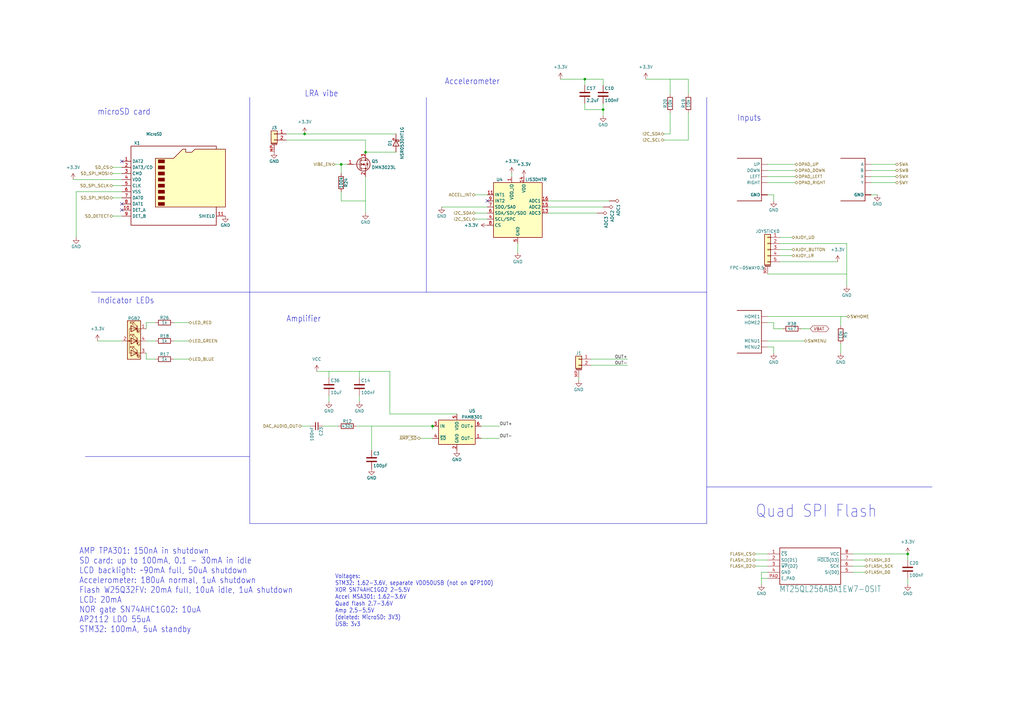
<source format=kicad_sch>
(kicad_sch (version 20230121) (generator eeschema)
  (paper "User" 426.949 302.158)
  (lib_symbols
    (symbol "32blit-eagle-import:ABXY"
      (symbol "ABXY_1_0"
        (polyline (pts (xy -5.08 7.62) (xy 5.08 7.62)) (stroke (width 0.254)))
        (polyline (pts (xy 5.08 -10.16) (xy -5.08 -10.16)) (stroke (width 0.254)))
        (polyline (pts (xy 5.08 7.62) (xy 5.08 -10.16)) (stroke (width 0.254)))
        (pin bidirectional line (at 7.62 5.08 180) (length 2.54) (name "A") (number "A"))
        (pin bidirectional line (at 7.62 2.54 180) (length 2.54) (name "B") (number "B"))
        (pin power_in line (at 7.62 -7.62 180) (length 2.54) (name "GND") (number "GND1"))
        (pin power_in line (at 7.62 -7.62 180) (length 2.54) (name "GND") (number "GND2"))
        (pin power_in line (at 7.62 -7.62 180) (length 2.54) (name "GND") (number "GND3"))
        (pin power_in line (at 7.62 -7.62 180) (length 2.54) (name "GND") (number "GND4"))
        (pin bidirectional line (at 7.62 0 180) (length 2.54) (name "X") (number "X"))
        (pin bidirectional line (at 7.62 -2.54 180) (length 2.54) (name "Y") (number "Y"))
      )
    )
    (symbol "32blit-eagle-import:DPAD"
      (symbol "DPAD_1_0"
        (polyline (pts (xy -5.08 7.62) (xy 5.08 7.62)) (stroke (width 0.254)))
        (polyline (pts (xy 5.08 -10.16) (xy -5.08 -10.16)) (stroke (width 0.254)))
        (polyline (pts (xy 5.08 7.62) (xy 5.08 -10.16)) (stroke (width 0.254)))
        (pin bidirectional line (at 7.62 2.54 180) (length 2.54) (name "DOWN") (number "DOWN"))
        (pin power_in line (at 7.62 -7.62 180) (length 2.54) (name "GND") (number "GND1"))
        (pin power_in line (at 7.62 -7.62 180) (length 2.54) (name "GND") (number "GND2"))
        (pin power_in line (at 7.62 -7.62 180) (length 2.54) (name "GND") (number "GND3"))
        (pin power_in line (at 7.62 -7.62 180) (length 2.54) (name "GND") (number "GND4"))
        (pin bidirectional line (at 7.62 0 180) (length 2.54) (name "LEFT") (number "LEFT"))
        (pin bidirectional line (at 7.62 -2.54 180) (length 2.54) (name "RIGHT") (number "RIGHT"))
        (pin bidirectional line (at 7.62 5.08 180) (length 2.54) (name "UP") (number "UP"))
      )
    )
    (symbol "32blit-eagle-import:HOME-MENU"
      (symbol "HOME-MENU_1_0"
        (polyline (pts (xy -5.08 7.62) (xy 5.08 7.62)) (stroke (width 0.254)))
        (polyline (pts (xy 5.08 -10.16) (xy -5.08 -10.16)) (stroke (width 0.254)))
        (polyline (pts (xy 5.08 7.62) (xy 5.08 -10.16)) (stroke (width 0.254)))
        (pin power_in line (at 7.62 -7.62 180) (length 2.54) (name "MENU2") (number "GND3"))
        (pin bidirectional line (at 7.62 2.54 180) (length 2.54) (name "HOME2") (number "GND4"))
        (pin bidirectional line (at 7.62 5.08 180) (length 2.54) (name "HOME1") (number "HOME"))
        (pin bidirectional line (at 7.62 -5.08 180) (length 2.54) (name "MENU1") (number "MENU"))
      )
    )
    (symbol "32blit-eagle-import:SPI_QUAD_FLASH"
      (symbol "SPI_QUAD_FLASH_1_0"
        (polyline (pts (xy -12.7 -7.62) (xy 12.7 -7.62)) (stroke (width 0.254)))
        (polyline (pts (xy -12.7 7.62) (xy -12.7 -7.62)) (stroke (width 0.254)))
        (polyline (pts (xy 12.7 -7.62) (xy 12.7 7.62)) (stroke (width 0.254)))
        (polyline (pts (xy 12.7 7.62) (xy -12.7 7.62)) (stroke (width 0.254)))
        (pin input line (at -17.78 5.08 0) (length 5.08) (name "~{CS}") (number "1"))
        (pin bidirectional line (at -17.78 2.54 0) (length 5.08) (name "SO(D1)") (number "2"))
        (pin bidirectional line (at -17.78 0 0) (length 5.08) (name "~{WP}(D2)") (number "3"))
        (pin power_in line (at -17.78 -2.54 0) (length 5.08) (name "GND") (number "4"))
        (pin bidirectional line (at 17.78 -2.54 180) (length 5.08) (name "SI(D0)") (number "5"))
        (pin input line (at 17.78 0 180) (length 5.08) (name "SCK") (number "6"))
        (pin bidirectional line (at 17.78 2.54 180) (length 5.08) (name "~{HOLD}(D3)") (number "7"))
        (pin power_in line (at 17.78 5.08 180) (length 5.08) (name "VCC") (number "8"))
        (pin power_in line (at -17.78 -5.08 0) (length 5.08) (name "E_PAD") (number "PAD"))
      )
    )
    (symbol "Amplifier_Audio:PAM8301"
      (property "Reference" "U" (at 6.35 8.89 0))
      (property "Value" "PAM8301" (at 6.35 6.35 0))
      (symbol "PAM8301_0_1"
        (rectangle (start -7.62 5.08) (end 7.62 -5.08) (stroke (width 0.254)) (fill (type background)))
      )
      (symbol "PAM8301_1_1"
        (pin output line (at 10.16 -2.54 180) (length 2.54) (name "OUT-") (number "1"))
        (pin power_in line (at 0 -7.62 90) (length 2.54) (name "GND") (number "2"))
        (pin input line (at -10.16 2.54 0) (length 2.54) (name "IN") (number "3"))
        (pin input line (at -10.16 -2.54 0) (length 2.54) (name "~{SD}") (number "4"))
        (pin power_in line (at 0 7.62 270) (length 2.54) (name "VDD") (number "5"))
        (pin output line (at 10.16 2.54 180) (length 2.54) (name "OUT+") (number "6"))
      )
    )
    (symbol "Connector:Micro_SD_Card_Det2"
      (property "Reference" "J" (at -16.51 17.78 0))
      (property "Value" "Micro_SD_Card_Det2" (at 16.51 17.78 0))
      (symbol "Micro_SD_Card_Det2_0_1"
        (rectangle (start -7.62 -6.985) (end -5.08 -8.255) (stroke (width 0.254)) (fill (type outline)))
        (rectangle (start -7.62 -4.445) (end -5.08 -5.715) (stroke (width 0.254)) (fill (type outline)))
        (rectangle (start -7.62 -1.905) (end -5.08 -3.175) (stroke (width 0.254)) (fill (type outline)))
        (rectangle (start -7.62 0.635) (end -5.08 -0.635) (stroke (width 0.254)) (fill (type outline)))
        (rectangle (start -7.62 3.175) (end -5.08 1.905) (stroke (width 0.254)) (fill (type outline)))
        (rectangle (start -7.62 5.715) (end -5.08 4.445) (stroke (width 0.254)) (fill (type outline)))
        (rectangle (start -7.62 8.255) (end -5.08 6.985) (stroke (width 0.254)) (fill (type outline)))
        (rectangle (start -7.62 10.795) (end -5.08 9.525) (stroke (width 0.254)) (fill (type outline)))
        (polyline (pts (xy 16.51 15.24) (xy 16.51 16.51) (xy -19.05 16.51) (xy -19.05 -16.51) (xy 16.51 -16.51) (xy 16.51 -8.89)) (stroke (width 0.254)))
        (polyline (pts (xy -8.89 -8.89) (xy -8.89 11.43) (xy -1.27 11.43) (xy 2.54 15.24) (xy 3.81 15.24) (xy 3.81 13.97) (xy 6.35 13.97) (xy 7.62 15.24) (xy 20.32 15.24) (xy 20.32 -8.89) (xy -8.89 -8.89)) (stroke (width 0.254)) (fill (type background)))
      )
      (symbol "Micro_SD_Card_Det2_1_1"
        (pin bidirectional line (at -22.86 10.16 0) (length 3.81) (name "DAT2") (number "1"))
        (pin passive line (at -22.86 -10.16 0) (length 3.81) (name "DET_A") (number "10"))
        (pin passive line (at 20.32 -12.7 180) (length 3.81) (name "SHIELD") (number "11"))
        (pin bidirectional line (at -22.86 7.62 0) (length 3.81) (name "DAT3/CD") (number "2"))
        (pin input line (at -22.86 5.08 0) (length 3.81) (name "CMD") (number "3"))
        (pin power_in line (at -22.86 2.54 0) (length 3.81) (name "VDD") (number "4"))
        (pin input line (at -22.86 0 0) (length 3.81) (name "CLK") (number "5"))
        (pin power_in line (at -22.86 -2.54 0) (length 3.81) (name "VSS") (number "6"))
        (pin bidirectional line (at -22.86 -5.08 0) (length 3.81) (name "DAT0") (number "7"))
        (pin bidirectional line (at -22.86 -7.62 0) (length 3.81) (name "DAT1") (number "8"))
        (pin passive line (at -22.86 -12.7 0) (length 3.81) (name "DET_B") (number "9"))
      )
    )
    (symbol "Connector:TestPoint_Alt" (pin_numbers hide) (pin_names (offset 0.762) hide)
      (property "Reference" "TP" (at 0 6.858 0))
      (property "Value" "TestPoint_Alt" (at 0 5.08 0))
      (symbol "TestPoint_Alt_0_1"
        (polyline (pts (xy 0 2.54) (xy -0.762 3.302) (xy 0 4.064) (xy 0.762 3.302) (xy 0 2.54)))
      )
      (symbol "TestPoint_Alt_1_1"
        (pin passive line (at 0 0 90) (length 2.54) (name "1") (number "1"))
      )
    )
    (symbol "Connector_Generic_MountingPin:Conn_01x02_MountingPin" (pin_names (offset 1.016) hide)
      (property "Reference" "J" (at 0 2.54 0))
      (property "Value" "Conn_01x02_MountingPin" (at 1.27 -5.08 0))
      (symbol "Conn_01x02_MountingPin_1_1"
        (rectangle (start -1.27 -2.413) (end 0 -2.667) (stroke (width 0.1524)))
        (rectangle (start -1.27 0.127) (end 0 -0.127) (stroke (width 0.1524)))
        (rectangle (start -1.27 1.27) (end 1.27 -3.81) (stroke (width 0.254)) (fill (type background)))
        (polyline (pts (xy -1.016 -4.572) (xy 1.016 -4.572)) (stroke (width 0.1524)))
        (text "Mounting" (at 0 -4.191 0) (effects (font (size 0.381 0.381))))
        (pin passive line (at -5.08 0 0) (length 3.81) (name "Pin_1") (number "1"))
        (pin passive line (at -5.08 -2.54 0) (length 3.81) (name "Pin_2") (number "2"))
        (pin passive line (at 0 -7.62 90) (length 3.048) (name "MountPin") (number "MP"))
      )
    )
    (symbol "Connector_Generic_MountingPin:Conn_01x05_MountingPin" (pin_names (offset 1.016) hide)
      (property "Reference" "J" (at 0 7.62 0))
      (property "Value" "Conn_01x05_MountingPin" (at 1.27 -7.62 0))
      (symbol "Conn_01x05_MountingPin_1_1"
        (rectangle (start -1.27 -4.953) (end 0 -5.207) (stroke (width 0.1524)))
        (rectangle (start -1.27 -2.413) (end 0 -2.667) (stroke (width 0.1524)))
        (rectangle (start -1.27 0.127) (end 0 -0.127) (stroke (width 0.1524)))
        (rectangle (start -1.27 2.667) (end 0 2.413) (stroke (width 0.1524)))
        (rectangle (start -1.27 5.207) (end 0 4.953) (stroke (width 0.1524)))
        (rectangle (start -1.27 6.35) (end 1.27 -6.35) (stroke (width 0.254)) (fill (type background)))
        (polyline (pts (xy -1.016 -7.112) (xy 1.016 -7.112)) (stroke (width 0.1524)))
        (text "Mounting" (at 0 -6.731 0) (effects (font (size 0.381 0.381))))
        (pin passive line (at -5.08 5.08 0) (length 3.81) (name "Pin_1") (number "1"))
        (pin passive line (at -5.08 2.54 0) (length 3.81) (name "Pin_2") (number "2"))
        (pin passive line (at -5.08 0 0) (length 3.81) (name "Pin_3") (number "3"))
        (pin passive line (at -5.08 -2.54 0) (length 3.81) (name "Pin_4") (number "4"))
        (pin passive line (at -5.08 -5.08 0) (length 3.81) (name "Pin_5") (number "5"))
        (pin passive line (at 0 -10.16 90) (length 3.048) (name "MountPin") (number "MP"))
      )
    )
    (symbol "Device:C" (pin_numbers hide) (pin_names (offset 0.254))
      (property "Reference" "C" (at 0.635 2.54 0))
      (property "Value" "C" (at 0.635 -2.54 0))
      (symbol "C_0_1"
        (polyline (pts (xy -2.032 -0.762) (xy 2.032 -0.762)) (stroke (width 0.508)))
        (polyline (pts (xy -2.032 0.762) (xy 2.032 0.762)) (stroke (width 0.508)))
      )
      (symbol "C_1_1"
        (pin passive line (at 0 3.81 270) (length 2.794) (name "~") (number "1"))
        (pin passive line (at 0 -3.81 90) (length 2.794) (name "~") (number "2"))
      )
    )
    (symbol "Device:C_Small" (pin_numbers hide) (pin_names (offset 0.254) hide)
      (property "Reference" "C" (at 0.254 1.778 0))
      (property "Value" "C_Small" (at 0.254 -2.032 0))
      (symbol "C_Small_0_1"
        (polyline (pts (xy -1.524 -0.508) (xy 1.524 -0.508)) (stroke (width 0.3302)))
        (polyline (pts (xy -1.524 0.508) (xy 1.524 0.508)) (stroke (width 0.3048)))
      )
      (symbol "C_Small_1_1"
        (pin passive line (at 0 2.54 270) (length 2.032) (name "~") (number "1"))
        (pin passive line (at 0 -2.54 90) (length 2.032) (name "~") (number "2"))
      )
    )
    (symbol "Device:D_Schottky" (pin_numbers hide) (pin_names (offset 1.016) hide)
      (property "Reference" "D" (at 0 2.54 0))
      (property "Value" "D_Schottky" (at 0 -2.54 0))
      (symbol "D_Schottky_0_1"
        (polyline (pts (xy 1.27 0) (xy -1.27 0)))
        (polyline (pts (xy 1.27 1.27) (xy 1.27 -1.27) (xy -1.27 0) (xy 1.27 1.27)) (stroke (width 0.254)))
        (polyline (pts (xy -1.905 0.635) (xy -1.905 1.27) (xy -1.27 1.27) (xy -1.27 -1.27) (xy -0.635 -1.27) (xy -0.635 -0.635)) (stroke (width 0.254)))
      )
      (symbol "D_Schottky_1_1"
        (pin passive line (at -3.81 0 0) (length 2.54) (name "K") (number "1"))
        (pin passive line (at 3.81 0 180) (length 2.54) (name "A") (number "2"))
      )
    )
    (symbol "Device:LED_RABG" (pin_names (offset 0) hide)
      (property "Reference" "D" (at 0 9.398 0))
      (property "Value" "LED_RABG" (at 0 -8.89 0))
      (symbol "LED_RABG_0_0"
        (text "B" (at -1.905 -6.35 0) (effects (font (size 1.27 1.27))))
        (text "G" (at -1.905 -1.27 0) (effects (font (size 1.27 1.27))))
        (text "R" (at -1.905 3.81 0) (effects (font (size 1.27 1.27))))
      )
      (symbol "LED_RABG_0_1"
        (polyline (pts (xy -1.27 -5.08) (xy -2.54 -5.08)))
        (polyline (pts (xy -1.27 -5.08) (xy 1.27 -5.08)))
        (polyline (pts (xy -1.27 -3.81) (xy -1.27 -6.35)) (stroke (width 0.254)))
        (polyline (pts (xy -1.27 0) (xy -2.54 0)))
        (polyline (pts (xy -1.27 1.27) (xy -1.27 -1.27)) (stroke (width 0.254)))
        (polyline (pts (xy -1.27 5.08) (xy -2.54 5.08)))
        (polyline (pts (xy -1.27 5.08) (xy 1.27 5.08)))
        (polyline (pts (xy -1.27 6.35) (xy -1.27 3.81)) (stroke (width 0.254)))
        (polyline (pts (xy 1.27 0) (xy -1.27 0)))
        (polyline (pts (xy 1.27 0) (xy 2.54 0)))
        (polyline (pts (xy -1.27 1.27) (xy -1.27 -1.27) (xy -1.27 -1.27)))
        (polyline (pts (xy -1.27 6.35) (xy -1.27 3.81) (xy -1.27 3.81)))
        (polyline (pts (xy 1.27 -5.08) (xy 2.032 -5.08) (xy 2.032 5.08) (xy 1.27 5.08)))
        (polyline (pts (xy 1.27 -3.81) (xy 1.27 -6.35) (xy -1.27 -5.08) (xy 1.27 -3.81)) (stroke (width 0.254)))
        (polyline (pts (xy 1.27 1.27) (xy 1.27 -1.27) (xy -1.27 0) (xy 1.27 1.27)) (stroke (width 0.254)))
        (polyline (pts (xy 1.27 6.35) (xy 1.27 3.81) (xy -1.27 5.08) (xy 1.27 6.35)) (stroke (width 0.254)))
        (polyline (pts (xy -1.016 -3.81) (xy 0.508 -2.286) (xy -0.254 -2.286) (xy 0.508 -2.286) (xy 0.508 -3.048)))
        (polyline (pts (xy -1.016 1.27) (xy 0.508 2.794) (xy -0.254 2.794) (xy 0.508 2.794) (xy 0.508 2.032)))
        (polyline (pts (xy -1.016 6.35) (xy 0.508 7.874) (xy -0.254 7.874) (xy 0.508 7.874) (xy 0.508 7.112)))
        (polyline (pts (xy 0 -3.81) (xy 1.524 -2.286) (xy 0.762 -2.286) (xy 1.524 -2.286) (xy 1.524 -3.048)))
        (polyline (pts (xy 0 1.27) (xy 1.524 2.794) (xy 0.762 2.794) (xy 1.524 2.794) (xy 1.524 2.032)))
        (polyline (pts (xy 0 6.35) (xy 1.524 7.874) (xy 0.762 7.874) (xy 1.524 7.874) (xy 1.524 7.112)))
        (rectangle (start 1.27 -1.27) (end 1.27 1.27))
        (rectangle (start 1.27 1.27) (end 1.27 1.27))
        (rectangle (start 1.27 3.81) (end 1.27 6.35))
        (rectangle (start 1.27 6.35) (end 1.27 6.35))
        (circle (center 2.032 0) (radius 0.254) (fill (type outline)))
        (rectangle (start 2.794 8.382) (end -2.794 -7.62) (stroke (width 0.254)) (fill (type background)))
      )
      (symbol "LED_RABG_1_1"
        (pin passive line (at -5.08 5.08 0) (length 2.54) (name "RK") (number "1"))
        (pin passive line (at 5.08 0 180) (length 2.54) (name "A") (number "2"))
        (pin passive line (at -5.08 -5.08 0) (length 2.54) (name "BK") (number "3"))
        (pin passive line (at -5.08 0 0) (length 2.54) (name "GK") (number "4"))
      )
    )
    (symbol "Device:Q_NMOS_GSD" (pin_names (offset 0) hide)
      (property "Reference" "Q" (at 5.08 1.27 0))
      (property "Value" "Q_NMOS_GSD" (at 5.08 -1.27 0))
      (symbol "Q_NMOS_GSD_0_1"
        (polyline (pts (xy 0.254 0) (xy -2.54 0)))
        (polyline (pts (xy 0.254 1.905) (xy 0.254 -1.905)) (stroke (width 0.254)))
        (polyline (pts (xy 0.762 -1.27) (xy 0.762 -2.286)) (stroke (width 0.254)))
        (polyline (pts (xy 0.762 0.508) (xy 0.762 -0.508)) (stroke (width 0.254)))
        (polyline (pts (xy 0.762 2.286) (xy 0.762 1.27)) (stroke (width 0.254)))
        (polyline (pts (xy 2.54 2.54) (xy 2.54 1.778)))
        (polyline (pts (xy 2.54 -2.54) (xy 2.54 0) (xy 0.762 0)))
        (polyline (pts (xy 0.762 -1.778) (xy 3.302 -1.778) (xy 3.302 1.778) (xy 0.762 1.778)))
        (polyline (pts (xy 1.016 0) (xy 2.032 0.381) (xy 2.032 -0.381) (xy 1.016 0)) (fill (type outline)))
        (polyline (pts (xy 2.794 0.508) (xy 2.921 0.381) (xy 3.683 0.381) (xy 3.81 0.254)))
        (polyline (pts (xy 3.302 0.381) (xy 2.921 -0.254) (xy 3.683 -0.254) (xy 3.302 0.381)))
        (circle (center 1.651 0) (radius 2.794) (stroke (width 0.254)))
        (circle (center 2.54 -1.778) (radius 0.254) (fill (type outline)))
        (circle (center 2.54 1.778) (radius 0.254) (fill (type outline)))
      )
      (symbol "Q_NMOS_GSD_1_1"
        (pin input line (at -5.08 0 0) (length 2.54) (name "G") (number "1"))
        (pin passive line (at 2.54 -5.08 90) (length 2.54) (name "S") (number "2"))
        (pin passive line (at 2.54 5.08 270) (length 2.54) (name "D") (number "3"))
      )
    )
    (symbol "Device:R" (pin_numbers hide) (pin_names (offset 0))
      (property "Reference" "R" (at 2.032 0 90))
      (property "Value" "R" (at 0 0 90))
      (symbol "R_0_1"
        (rectangle (start -1.016 -2.54) (end 1.016 2.54) (stroke (width 0.254)))
      )
      (symbol "R_1_1"
        (pin passive line (at 0 3.81 270) (length 1.27) (name "~") (number "1"))
        (pin passive line (at 0 -3.81 90) (length 1.27) (name "~") (number "2"))
      )
    )
    (symbol "Sensor_Motion:LIS3DH"
      (property "Reference" "U" (at -7.62 11.43 0))
      (property "Value" "LIS3DH" (at 6.35 11.43 0))
      (symbol "LIS3DH_0_1"
        (rectangle (start -10.16 10.16) (end 10.16 -12.7) (stroke (width 0.254)) (fill (type background)))
      )
      (symbol "LIS3DH_1_1"
        (pin power_in line (at -2.54 12.7 270) (length 2.54) (name "VDD_IO") (number "1"))
        (pin passive line (at 0 -15.24 90) (length 2.54) hide (name "GND") (number "10"))
        (pin output line (at -12.7 5.08 0) (length 2.54) (name "INT1") (number "11"))
        (pin passive line (at 0 -15.24 90) (length 2.54) hide (name "GND") (number "12"))
        (pin input line (at 12.7 -2.54 180) (length 2.54) (name "ADC3") (number "13"))
        (pin power_in line (at 2.54 12.7 270) (length 2.54) (name "VDD") (number "14"))
        (pin input line (at 12.7 0 180) (length 2.54) (name "ADC2") (number "15"))
        (pin input line (at 12.7 2.54 180) (length 2.54) (name "ADC1") (number "16"))
        (pin no_connect line (at 10.16 5.08 180) (length 2.54) hide (name "NC") (number "2"))
        (pin no_connect line (at 10.16 7.62 180) (length 2.54) hide (name "NC") (number "3"))
        (pin input line (at -12.7 -5.08 0) (length 2.54) (name "SCL/SPC") (number "4"))
        (pin power_in line (at 0 -15.24 90) (length 2.54) (name "GND") (number "5"))
        (pin bidirectional line (at -12.7 -2.54 0) (length 2.54) (name "SDA/SDI/SDO") (number "6"))
        (pin bidirectional line (at -12.7 0 0) (length 2.54) (name "SDO/SA0") (number "7"))
        (pin input line (at -12.7 -7.62 0) (length 2.54) (name "CS") (number "8"))
        (pin output line (at -12.7 2.54 0) (length 2.54) (name "INT2") (number "9"))
      )
    )
    (symbol "power:+3.3V" (power) (pin_names (offset 0))
      (property "Value" "+3.3V" (at 0 3.556 0))
      (symbol "+3.3V_0_1"
        (polyline (pts (xy -0.762 1.27) (xy 0 2.54)))
        (polyline (pts (xy 0 0) (xy 0 2.54)))
        (polyline (pts (xy 0 2.54) (xy 0.762 1.27)))
      )
      (symbol "+3.3V_1_1"
        (pin power_in line (at 0 0 90) (length 0) hide (name "+3.3V") (number "1"))
      )
    )
    (symbol "power:GND" (power) (pin_names (offset 0))
      (property "Value" "GND" (at 0 -3.81 0))
      (symbol "GND_0_1"
        (polyline (pts (xy 0 0) (xy 0 -1.27) (xy 1.27 -1.27) (xy 0 -2.54) (xy -1.27 -1.27) (xy 0 -1.27)))
      )
      (symbol "GND_1_1"
        (pin power_in line (at 0 0 270) (length 0) hide (name "GND") (number "1"))
      )
    )
    (symbol "power:VCC" (power) (pin_names (offset 0))
      (property "Value" "VCC" (at 0 3.81 0))
      (symbol "VCC_0_1"
        (polyline (pts (xy -0.762 1.27) (xy 0 2.54)))
        (polyline (pts (xy 0 0) (xy 0 2.54)))
        (polyline (pts (xy 0 2.54) (xy 0.762 1.27)))
      )
      (symbol "VCC_1_1"
        (pin power_in line (at 0 0 90) (length 0) hide (name "VCC") (number "1"))
      )
    )
  )
  (junction (at 243.84 33.02))
  (junction (at 180.34 177.8))
  (junction (at 142.24 68.58))
  (junction (at 251.46 45.72))
  (junction (at 152.4 63.5))
  (junction (at 378.46 231.14))
  (junction (at 127 55.88))
  (no_connect (at 50.8 87.63))
  (no_connect (at 203.2 83.82))
  (no_connect (at 50.8 85.09))
  (no_connect (at 50.8 67.31))
  (wire (pts (xy 287.02 33.02) (xy 287.02 38.1)) (stroke (width 0.1524)))
  (wire (pts (xy 149.86 167.64) (xy 149.86 165.1)) (stroke (width 0.1524)))
  (wire (pts (xy 355.6 233.68) (xy 360.68 233.68)) (stroke (width 0.1524)))
  (wire (pts (xy 320.04 142.24) (xy 335.28 142.24)) (stroke (width 0.1524)))
  (wire (pts (xy 152.4 58.42) (xy 152.4 63.5)) (stroke (width 0.1524)))
  (polyline (pts (xy 35.56 190.5) (xy 104.14 190.5)) (stroke (width 0.1524) (type solid)))
  (wire (pts (xy 350.52 134.62) (xy 350.52 135.89)))
  (wire (pts (xy 325.12 137.16) (xy 326.39 137.16)))
  (wire (pts (xy 60.96 137.16) (xy 60.96 134.62)))
  (wire (pts (xy 363.22 68.58) (xy 373.38 68.58)) (stroke (width 0.1524)))
  (wire (pts (xy 320.04 233.68) (xy 314.96 233.68)) (stroke (width 0.1524)))
  (wire (pts (xy 325.12 106.68) (xy 330.2 106.68)))
  (wire (pts (xy 50.8 72.39) (xy 46.99 72.39)) (stroke (width 0.1524)))
  (wire (pts (xy 317.5 241.3) (xy 317.5 243.84)) (stroke (width 0.1524)))
  (wire (pts (xy 355.6 236.22) (xy 360.68 236.22)) (stroke (width 0.1524)))
  (wire (pts (xy 137.16 154.94) (xy 132.08 154.94)) (stroke (width 0.1524)))
  (wire (pts (xy 243.84 45.72) (xy 243.84 43.18)) (stroke (width 0.1524)))
  (polyline (pts (xy 104.14 121.92) (xy 177.8 121.92)) (stroke (width 0.1524) (type solid)))
  (polyline (pts (xy 294.64 121.92) (xy 294.64 40.64)) (stroke (width 0.1524) (type solid)))
  (wire (pts (xy 320.04 73.66) (xy 331.47 73.66)) (stroke (width 0.1524)))
  (wire (pts (xy 162.56 172.72) (xy 162.56 154.94)) (stroke (width 0.1524)))
  (wire (pts (xy 320.04 114.3) (xy 325.12 114.3)))
  (wire (pts (xy 334.01 137.16) (xy 335.28 137.16)))
  (wire (pts (xy 320.04 144.78) (xy 322.58 144.78)) (stroke (width 0.1524)))
  (wire (pts (xy 208.28 182.88) (xy 200.66 182.88)))
  (wire (pts (xy 119.38 58.42) (xy 152.4 58.42)) (stroke (width 0.1524)))
  (wire (pts (xy 154.94 177.8) (xy 180.34 177.8)) (stroke (width 0.1524)))
  (wire (pts (xy 363.22 73.66) (xy 373.38 73.66)) (stroke (width 0.1524)))
  (wire (pts (xy 134.62 177.8) (xy 140.97 177.8)) (stroke (width 0.1524)))
  (wire (pts (xy 60.96 147.32) (xy 60.96 149.86)))
  (wire (pts (xy 246.38 152.4) (xy 261.62 152.4)) (stroke (width 0.1524)))
  (polyline (pts (xy 104.14 121.92) (xy 38.1 121.92)) (stroke (width 0.1524) (type solid)))
  (wire (pts (xy 322.58 134.62) (xy 322.58 137.16)) (stroke (width 0.1524)))
  (wire (pts (xy 378.46 243.84) (xy 378.46 241.3)) (stroke (width 0.1524)))
  (wire (pts (xy 325.12 104.14) (xy 330.2 104.14)))
  (wire (pts (xy 142.24 83.82) (xy 142.24 81.28)) (stroke (width 0.1524)))
  (wire (pts (xy 63.5 142.24) (xy 64.77 142.24)))
  (wire (pts (xy 46.99 82.55) (xy 50.8 82.55)) (stroke (width 0.1524)))
  (wire (pts (xy 363.22 76.2) (xy 373.38 76.2)) (stroke (width 0.1524)))
  (wire (pts (xy 60.96 149.86) (xy 64.77 149.86)))
  (wire (pts (xy 154.94 187.96) (xy 154.94 177.8)) (stroke (width 0.1524)))
  (polyline (pts (xy 104.14 218.44) (xy 104.14 121.92)) (stroke (width 0.1524) (type solid)))
  (wire (pts (xy 148.59 177.8) (xy 149.86 177.8)))
  (wire (pts (xy 320.04 134.62) (xy 322.58 134.62)) (stroke (width 0.1524)))
  (wire (pts (xy 320.04 231.14) (xy 314.96 231.14)) (stroke (width 0.1524)))
  (wire (pts (xy 350.52 143.51) (xy 350.52 147.32)) (stroke (width 0.1524)))
  (polyline (pts (xy 104.14 40.64) (xy 104.14 121.92)) (stroke (width 0.1524) (type solid)))
  (wire (pts (xy 228.6 83.82) (xy 254 83.82)) (stroke (width 0.1524)))
  (wire (pts (xy 215.9 101.6) (xy 215.9 105.41)) (stroke (width 0.1524)))
  (wire (pts (xy 243.84 33.02) (xy 233.68 33.02)) (stroke (width 0.1524)))
  (polyline (pts (xy 104.14 218.44) (xy 294.64 218.44)) (stroke (width 0.1524) (type solid)))
  (wire (pts (xy 276.86 58.42) (xy 287.02 58.42)))
  (wire (pts (xy 320.04 238.76) (xy 317.5 238.76)) (stroke (width 0.1524)))
  (wire (pts (xy 320.04 132.08) (xy 350.52 132.08)) (stroke (width 0.1524)))
  (wire (pts (xy 317.5 238.76) (xy 317.5 241.3)) (stroke (width 0.1524)))
  (wire (pts (xy 50.8 80.01) (xy 31.75 80.01)))
  (wire (pts (xy 40.64 142.24) (xy 50.8 142.24)) (stroke (width 0.1524)))
  (wire (pts (xy 335.28 137.16) (xy 337.82 137.16)) (stroke (width 0.1524)))
  (wire (pts (xy 287.02 38.1) (xy 287.02 39.37)))
  (wire (pts (xy 243.84 33.02) (xy 251.46 33.02)) (stroke (width 0.1524)))
  (wire (pts (xy 320.04 241.3) (xy 317.5 241.3)) (stroke (width 0.1524)))
  (wire (pts (xy 251.46 35.56) (xy 251.46 33.02)) (stroke (width 0.1524)))
  (wire (pts (xy 363.22 81.28) (xy 365.76 81.28)) (stroke (width 0.1524)))
  (wire (pts (xy 276.86 55.88) (xy 279.4 55.88)))
  (wire (pts (xy 198.12 91.44) (xy 203.2 91.44)))
  (wire (pts (xy 325.12 99.06) (xy 330.2 99.06)))
  (wire (pts (xy 152.4 73.66) (xy 152.4 83.82)) (stroke (width 0.1524)))
  (wire (pts (xy 139.7 68.58) (xy 142.24 68.58)) (stroke (width 0.1524)))
  (wire (pts (xy 325.12 109.22) (xy 349.25 109.22)) (stroke (width 0.1524)))
  (wire (pts (xy 322.58 81.28) (xy 322.58 83.82)) (stroke (width 0.1524)))
  (polyline (pts (xy 177.8 121.92) (xy 177.8 40.64)) (stroke (width 0.1524) (type solid)))
  (wire (pts (xy 251.46 48.26) (xy 251.46 45.72)) (stroke (width 0.1524)))
  (wire (pts (xy 30.48 74.93) (xy 50.8 74.93)) (stroke (width 0.1524)))
  (wire (pts (xy 184.15 86.36) (xy 203.2 86.36)))
  (wire (pts (xy 251.46 45.72) (xy 251.46 43.18)) (stroke (width 0.1524)))
  (wire (pts (xy 165.1 63.5) (xy 152.4 63.5)) (stroke (width 0.1524)))
  (wire (pts (xy 50.8 90.17) (xy 46.99 90.17)) (stroke (width 0.1524)))
  (wire (pts (xy 246.38 149.86) (xy 261.62 149.86)) (stroke (width 0.1524)))
  (wire (pts (xy 355.6 231.14) (xy 378.46 231.14)) (stroke (width 0.1524)))
  (wire (pts (xy 320.04 81.28) (xy 322.58 81.28)) (stroke (width 0.1524)))
  (wire (pts (xy 353.06 101.6) (xy 325.12 101.6)) (stroke (width 0.1524)))
  (wire (pts (xy 162.56 172.72) (xy 190.5 172.72)) (stroke (width 0.1524)))
  (wire (pts (xy 378.46 233.68) (xy 378.46 231.14)) (stroke (width 0.1524)))
  (wire (pts (xy 353.06 114.3) (xy 353.06 101.6)) (stroke (width 0.1524)))
  (wire (pts (xy 180.34 177.8) (xy 180.34 179.07)) (stroke (width 0.1524)))
  (wire (pts (xy 127 55.88) (xy 165.1 55.88)) (stroke (width 0.1524)))
  (wire (pts (xy 78.74 149.86) (xy 72.39 149.86)))
  (wire (pts (xy 320.04 71.12) (xy 331.47 71.12)) (stroke (width 0.1524)))
  (wire (pts (xy 119.38 55.88) (xy 127 55.88)) (stroke (width 0.1524)))
  (wire (pts (xy 350.52 132.08) (xy 353.06 132.08)) (stroke (width 0.1524)))
  (wire (pts (xy 363.22 71.12) (xy 373.38 71.12)) (stroke (width 0.1524)))
  (wire (pts (xy 129.54 177.8) (xy 125.73 177.8)) (stroke (width 0.1524)))
  (wire (pts (xy 208.28 177.8) (xy 200.66 177.8)))
  (wire (pts (xy 60.96 134.62) (xy 64.77 134.62)))
  (wire (pts (xy 152.4 83.82) (xy 152.4 88.9)) (stroke (width 0.1524)))
  (wire (pts (xy 78.74 134.62) (xy 72.39 134.62)))
  (wire (pts (xy 287.02 46.99) (xy 287.02 58.42)) (stroke (width 0.1524)))
  (wire (pts (xy 350.52 134.62) (xy 350.52 132.08)) (stroke (width 0.1524)))
  (wire (pts (xy 60.96 142.24) (xy 63.5 142.24)) (stroke (width 0.1524)))
  (wire (pts (xy 198.12 88.9) (xy 203.2 88.9)))
  (wire (pts (xy 243.84 35.56) (xy 243.84 33.02)) (stroke (width 0.1524)))
  (wire (pts (xy 149.86 157.48) (xy 149.86 154.94)) (stroke (width 0.1524)))
  (wire (pts (xy 149.86 154.94) (xy 137.16 154.94)) (stroke (width 0.1524)))
  (wire (pts (xy 78.74 142.24) (xy 72.39 142.24)))
  (wire (pts (xy 213.36 72.39) (xy 213.36 73.66)))
  (wire (pts (xy 142.24 80.01) (xy 142.24 81.28)))
  (wire (pts (xy 46.99 69.85) (xy 50.8 69.85)) (stroke (width 0.1524)))
  (wire (pts (xy 137.16 165.1) (xy 137.16 167.64)) (stroke (width 0.1524)))
  (wire (pts (xy 322.58 144.78) (xy 322.58 147.32)) (stroke (width 0.1524)))
  (wire (pts (xy 142.24 68.58) (xy 142.24 72.39)) (stroke (width 0.1524)))
  (wire (pts (xy 137.16 154.94) (xy 137.16 157.48)) (stroke (width 0.1524)))
  (wire (pts (xy 31.75 80.01) (xy 31.75 99.06)))
  (wire (pts (xy 149.86 177.8) (xy 154.94 177.8)) (stroke (width 0.1524)))
  (wire (pts (xy 320.04 236.22) (xy 314.96 236.22)) (stroke (width 0.1524)))
  (wire (pts (xy 320.04 68.58) (xy 331.47 68.58)) (stroke (width 0.1524)))
  (wire (pts (xy 144.78 68.58) (xy 142.24 68.58)) (stroke (width 0.1524)))
  (wire (pts (xy 325.12 114.3) (xy 353.06 114.3)) (stroke (width 0.1524)))
  (wire (pts (xy 279.4 33.02) (xy 269.24 33.02)) (stroke (width 0.1524)))
  (polyline (pts (xy 177.8 121.92) (xy 294.64 121.92)) (stroke (width 0.1524) (type solid)))
  (wire (pts (xy 152.4 83.82) (xy 142.24 83.82)) (stroke (width 0.1524)))
  (wire (pts (xy 50.8 77.47) (xy 46.99 77.47)) (stroke (width 0.1524)))
  (wire (pts (xy 322.58 137.16) (xy 325.12 137.16)) (stroke (width 0.1524)))
  (wire (pts (xy 251.46 45.72) (xy 243.84 45.72)) (stroke (width 0.1524)))
  (wire (pts (xy 162.56 154.94) (xy 149.86 154.94)) (stroke (width 0.1524)))
  (wire (pts (xy 228.6 88.9) (xy 248.92 88.9)) (stroke (width 0.1524)))
  (polyline (pts (xy 294.64 203.2) (xy 388.62 203.2)) (stroke (width 0.1524) (type solid)))
  (wire (pts (xy 175.26 182.88) (xy 180.34 182.88)))
  (polyline (pts (xy 294.64 218.44) (xy 294.64 203.2)) (stroke (width 0.1524) (type solid)))
  (wire (pts (xy 279.4 33.02) (xy 287.02 33.02)) (stroke (width 0.1524)))
  (wire (pts (xy 279.4 46.99) (xy 279.4 55.88)) (stroke (width 0.1524)))
  (wire (pts (xy 355.6 238.76) (xy 360.68 238.76)) (stroke (width 0.1524)))
  (wire (pts (xy 198.12 81.28) (xy 203.2 81.28)))
  (wire (pts (xy 241.3 158.75) (xy 241.3 157.48)))
  (wire (pts (xy 320.04 76.2) (xy 331.47 76.2)) (stroke (width 0.1524)))
  (polyline (pts (xy 294.64 203.2) (xy 294.64 121.92)) (stroke (width 0.1524) (type solid)))
  (wire (pts (xy 353.06 114.3) (xy 353.06 119.38)) (stroke (width 0.1524)))
  (wire (pts (xy 228.6 86.36) (xy 251.46 86.36)) (stroke (width 0.1524)))
  (wire (pts (xy 279.4 38.1) (xy 279.4 33.02)) (stroke (width 0.1524)))
  (wire (pts (xy 279.4 38.1) (xy 279.4 39.37)))
  (text "Accelerometer" (at 185.42 35.56 0) (effects (font (size 2.54 2.159)) (justify left bottom)))
  (text "microSD card" (at 40.64 48.26 0) (effects (font (size 2.54 2.159)) (justify left bottom)))
  (text "Voltages:\nSTM32: 1.62-3.6V, separate VDD50USB (not on QFP100)\nXOR SN74AHC1G02 2-5.5V\nAccel MSA301: 1.62-3.6V\nQuad flash 2.7-3.6V\nAmp 2.5-5.5V\n(deleted: MicroSD: 3V3)\nUSB: 3v3" (at 139.7 261.62 0) (effects (font (size 1.778 1.5113)) (justify left bottom)))
  (text "LRA vibe" (at 127 40.64 0) (effects (font (size 2.54 2.159)) (justify left bottom)))
  (text "Amplifier" (at 119.38 134.62 0) (effects (font (size 2.54 2.159)) (justify left bottom)))
  (text "Quad SPI Flash" (at 340.36 213.36 0) (effects (font (size 5.08 4.318))))
  (text "Indicator LEDs" (at 40.64 127 0) (effects (font (size 2.54 2.159)) (justify left bottom)))
  (text "AMP TPA301: 150nA in shutdown\nSD card: up to 100mA, 0.1 - 30mA in idle\nLCD backlight: ~90mA full, 50uA shutdown\nAccelerometer: 180uA normal, 1uA shutdown\nFlash W25Q32FV: 20mA full, 10uA idle, 1uA shutdown\nLCD: 20mA\nNOR gate SN74AHC1G02: 10uA\nAP2112 LDO 55uA\nSTM32: 100mA, 5uA standby" (at 33.02 264.16 0) (effects (font (size 2.54 2.159)) (justify left bottom)))
  (text "Inputs" (at 307.34 50.8 0) (effects (font (size 2.54 2.159)) (justify left bottom)))
  (label "OUT+" (at 208.28 177.8 0) (effects (font (size 1.2446 1.2446))))
  (label "OUT-" (at 261.62 152.4 180) (effects (font (size 1.2446 1.2446))))
  (label "OUT+" (at 261.62 149.86 180) (effects (font (size 1.2446 1.2446))))
  (label "OUT-" (at 208.28 182.88 0) (effects (font (size 1.2446 1.2446))))
  (global_label "VBAT" (shape bidirectional) (at 337.82 137.16 0) (effects (font (size 1.2446 1.2446))) (property "Intersheetrefs" "${INTERSHEET_REFS}" (effects hide)))
  (hierarchical_label "FLASH_D1" (shape bidirectional) (at 314.96 233.68 180) (effects (font (size 1.2446 1.2446))))
  (hierarchical_label "DPAD_LEFT" (shape bidirectional) (at 331.47 73.66 0) (effects (font (size 1.2446 1.2446))))
  (hierarchical_label "I2C_SCL" (shape bidirectional) (at 198.12 91.44 180) (effects (font (size 1.2446 1.2446))))
  (hierarchical_label "AJOY_LR" (shape bidirectional) (at 330.2 106.68 0) (effects (font (size 1.2446 1.2446))))
  (hierarchical_label "LED_RED" (shape bidirectional) (at 78.74 134.62 0) (effects (font (size 1.2446 1.2446))))
  (hierarchical_label "DPAD_RIGHT" (shape bidirectional) (at 331.47 76.2 0) (effects (font (size 1.2446 1.2446))))
  (hierarchical_label "FLASH_D0" (shape bidirectional) (at 360.68 238.76 0) (effects (font (size 1.2446 1.2446))))
  (hierarchical_label "I2C_SCL" (shape bidirectional) (at 276.86 58.42 180) (effects (font (size 1.2446 1.2446))))
  (hierarchical_label "LED_GREEN" (shape bidirectional) (at 78.74 142.24 0) (effects (font (size 1.2446 1.2446))))
  (hierarchical_label "SWMENU" (shape bidirectional) (at 335.28 142.24 0) (effects (font (size 1.2446 1.2446))))
  (hierarchical_label "~{AMP_SD}" (shape bidirectional) (at 175.26 182.88 180) (effects (font (size 1.2446 1.2446))))
  (hierarchical_label "ACCEL_INT" (shape bidirectional) (at 198.12 81.28 180) (effects (font (size 1.2446 1.2446))))
  (hierarchical_label "DPAD_DOWN" (shape bidirectional) (at 331.47 71.12 0) (effects (font (size 1.2446 1.2446))))
  (hierarchical_label "FLASH_SCK" (shape bidirectional) (at 360.68 236.22 0) (effects (font (size 1.2446 1.2446))))
  (hierarchical_label "SWB" (shape bidirectional) (at 373.38 71.12 0) (effects (font (size 1.2446 1.2446))))
  (hierarchical_label "DAC_AUDIO_OUT" (shape bidirectional) (at 125.73 177.8 180) (effects (font (size 1.2446 1.2446))))
  (hierarchical_label "SWY" (shape bidirectional) (at 373.38 76.2 0) (effects (font (size 1.2446 1.2446))))
  (hierarchical_label "I2C_SDA" (shape bidirectional) (at 198.12 88.9 180) (effects (font (size 1.2446 1.2446))))
  (hierarchical_label "LED_BLUE" (shape bidirectional) (at 78.74 149.86 0) (effects (font (size 1.2446 1.2446))))
  (hierarchical_label "VIBE_EN" (shape bidirectional) (at 139.7 68.58 180) (effects (font (size 1.2446 1.2446))))
  (hierarchical_label "SD_SPI_SCLK" (shape bidirectional) (at 46.99 77.47 180) (effects (font (size 1.2446 1.2446))))
  (hierarchical_label "AJOY_UD" (shape bidirectional) (at 330.2 99.06 0) (effects (font (size 1.2446 1.2446))))
  (hierarchical_label "SD_CS" (shape bidirectional) (at 46.99 69.85 180) (effects (font (size 1.2446 1.2446))))
  (hierarchical_label "SD_SPI_MISO" (shape bidirectional) (at 46.99 82.55 180) (effects (font (size 1.2446 1.2446))))
  (hierarchical_label "AJOY_BUTTON" (shape bidirectional) (at 330.2 104.14 0) (effects (font (size 1.2446 1.2446))))
  (hierarchical_label "FLASH_D3" (shape bidirectional) (at 360.68 233.68 0) (effects (font (size 1.2446 1.2446))))
  (hierarchical_label "SD_SPI_MOSI" (shape bidirectional) (at 46.99 72.39 180) (effects (font (size 1.2446 1.2446))))
  (hierarchical_label "SD_DETECT" (shape bidirectional) (at 46.99 90.17 180) (effects (font (size 1.2446 1.2446))))
  (hierarchical_label "I2C_SDA" (shape bidirectional) (at 276.86 55.88 180) (effects (font (size 1.2446 1.2446))))
  (hierarchical_label "FLASH_D2" (shape bidirectional) (at 314.96 236.22 180) (effects (font (size 1.2446 1.2446))))
  (hierarchical_label "FLASH_CS" (shape bidirectional) (at 314.96 231.14 180) (effects (font (size 1.2446 1.2446))))
  (hierarchical_label "SWHOME" (shape bidirectional) (at 353.06 132.08 0) (effects (font (size 1.2446 1.2446))))
  (hierarchical_label "DPAD_UP" (shape bidirectional) (at 331.47 68.58 0) (effects (font (size 1.2446 1.2446))))
  (hierarchical_label "SWA" (shape bidirectional) (at 373.38 68.58 0) (effects (font (size 1.2446 1.2446))))
  (hierarchical_label "SWX" (shape bidirectional) (at 373.38 73.66 0) (effects (font (size 1.2446 1.2446))))
  (symbol (lib_id "Device:LED_RABG") (at 55.88 142.24 0) (mirror y) (unit 1)
    (property "Reference" "RGB2" (at 55.88 132.842 0))
    (property "Value" "LED_RGB_4P6028_REVERSE" (effects hide))
    (property "Footprint" "32blit:LED-6028_REVERSE_RGB" (effects hide))
  )
  (symbol (lib_id "power:GND") (at 184.15 86.36 0) (unit 1)
    (property "Reference" "#GND043" (effects hide))
    (property "Value" "GND" (at 184.15 90.17 0))
  )
  (symbol (lib_id "Connector:TestPoint_Alt") (at 248.92 88.9 270) (unit 1)
    (property "Reference" "ADC3" (at 252.73 92.71 0))
    (property "Value" "TPTP17SQ" (effects hide))
    (property "Footprint" "32blit:TP17SQ" (effects hide))
  )
  (symbol (lib_id "Sensor_Motion:LIS3DH") (at 215.9 86.36 0) (unit 1)
    (property "Reference" "U4" (at 208.28 74.93 0))
    (property "Value" "LIS3DHTR" (at 223.52 74.93 0))
    (property "Footprint" "Package_LGA:LGA-16_3x3mm_P0.5mm_LayoutBorder3x5y" (effects hide))
  )
  (symbol (lib_id "power:GND") (at 31.75 99.06 0) (unit 1)
    (property "Reference" "#GND017" (effects hide))
    (property "Value" "GND" (at 31.75 102.87 0))
  )
  (symbol (lib_id "Connector:TestPoint_Alt") (at 254 83.82 270) (unit 1)
    (property "Reference" "ADC1" (at 257.81 87.63 0))
    (property "Value" "TPTP17SQ" (effects hide))
    (property "Footprint" "32blit:TP17SQ" (effects hide))
  )
  (symbol (lib_id "power:GND") (at 317.5 243.84 0) (unit 1)
    (property "Reference" "#GND011" (effects hide))
    (property "Value" "GND" (at 317.5 247.65 0))
  )
  (symbol (lib_id "Device:R") (at 279.4 43.18 180) (unit 1)
    (property "Reference" "R20" (at 277.368 43.18 90))
    (property "Value" "10k" (at 279.4 43.18 90))
    (property "Footprint" "Resistor_SMD:R_0603_1608Metric" (effects hide))
  )
  (symbol (lib_id "Device:R") (at 144.78 177.8 90) (unit 1)
    (property "Reference" "R12" (at 144.78 175.768 90))
    (property "Value" "430k" (at 144.78 177.8 90))
    (property "Footprint" "Resistor_SMD:R_0603_1608Metric" (effects hide))
  )
  (symbol (lib_id "32blit-eagle-import:HOME-MENU") (at 312.42 137.16 0) (unit 1)
    (property "Reference" "U$18" (effects hide))
    (property "Value" "HOME-MENU" (effects hide))
    (property "Footprint" "32blit:MENU-HOME" (effects hide))
  )
  (symbol (lib_id "power:GND") (at 215.9 105.41 0) (unit 1)
    (property "Reference" "#GND055" (effects hide))
    (property "Value" "GND" (at 215.9 109.22 0))
  )
  (symbol (lib_id "power:GND") (at 365.76 81.28 0) (unit 1)
    (property "Reference" "#GND022" (effects hide))
    (property "Value" "GND" (at 365.76 85.09 0))
  )
  (symbol (lib_id "Device:R") (at 68.58 142.24 90) (unit 1)
    (property "Reference" "R18" (at 68.58 140.208 90))
    (property "Value" "1k" (at 68.58 142.24 90))
    (property "Footprint" "Resistor_SMD:R_0603_1608Metric" (effects hide))
  )
  (symbol (lib_id "power:+3.3V") (at 269.24 33.02 0) (unit 1)
    (property "Reference" "#PWR07" (effects hide))
    (property "Value" "+3.3V" (at 269.24 27.94 0))
    (instances (project "32blit" (path "" (reference "#PWR07") (unit 1)) (path "" (reference "#PWR015") (unit 1))))
  )
  (symbol (lib_id "power:GND") (at 241.3 158.75 0) (unit 1)
    (property "Reference" "#GND028" (effects hide))
    (property "Value" "GND" (at 241.3 162.56 0))
  )
  (symbol (lib_id "Connector:Micro_SD_Card_Det2") (at 73.66 77.47 0) (unit 1)
    (property "Reference" "X1" (at 57.15 59.69 0))
    (property "Value" "MicroSD" (at 60.96 56.642 0) (effects (font (size 1.27 1.0795)) (justify left bottom)))
    (property "Footprint" "32blit:MICROSD" (effects hide))
  )
  (symbol (lib_id "Device:D_Schottky") (at 165.1 59.69 90) (mirror x) (unit 1)
    (property "Reference" "D1" (at 162.56 59.69 0))
    (property "Value" "NSR0530HT1G" (at 167.64 59.69 0))
    (property "Footprint" "32blit:SOD-323" (effects hide))
  )
  (symbol (lib_id "Connector_Generic_MountingPin:Conn_01x02_MountingPin") (at 241.3 149.86 0) (mirror y) (unit 1)
    (property "Reference" "J1" (at 241.3 147.32 0))
    (property "Value" "1X02PICOBLADE" (effects hide))
    (property "Footprint" "Connector_Molex:Molex_PicoBlade_53261-0271_1x02-1MP_P1.25mm_Horizontal" (effects hide))
  )
  (symbol (lib_id "Device:Q_NMOS_GSD") (at 149.86 68.58 0) (unit 1)
    (property "Reference" "Q5" (at 154.94 67.31 0) (effects (justify left)))
    (property "Value" "DMN3023L" (at 154.94 69.85 0) (effects (justify left)))
    (property "Footprint" "Package_TO_SOT_SMD:SOT-23" (effects hide))
  )
  (symbol (lib_id "Device:C") (at 149.86 161.29 0) (unit 1)
    (property "Reference" "C14" (at 150.495 158.75 0) (effects (justify left)))
    (property "Value" "100nF" (at 150.495 163.83 0) (effects (justify left)))
    (property "Footprint" "Capacitor_SMD:C_0402_1005Metric" (effects hide))
  )
  (symbol (lib_id "Device:R") (at 350.52 139.7 0) (unit 1)
    (property "Reference" "R5" (at 352.552 139.7 90))
    (property "Value" "10k" (at 350.52 139.7 90))
    (property "Footprint" "Resistor_SMD:R_0603_1608Metric" (effects hide))
  )
  (symbol (lib_id "power:GND") (at 114.3 63.5 0) (unit 1)
    (property "Reference" "#GND03" (effects hide))
    (property "Value" "GND" (at 114.3 67.31 0))
  )
  (symbol (lib_id "32blit-eagle-import:ABXY") (at 355.6 73.66 0) (unit 1)
    (property "Reference" "ABXY0" (effects hide))
    (property "Value" "ABXY" (effects hide))
    (property "Footprint" "32blit:ABXY" (effects hide))
  )
  (symbol (lib_id "Device:R") (at 287.02 43.18 180) (unit 1)
    (property "Reference" "R19" (at 284.988 43.18 90))
    (property "Value" "10k" (at 287.02 43.18 90))
    (property "Footprint" "Resistor_SMD:R_0603_1608Metric" (effects hide))
  )
  (symbol (lib_id "power:GND") (at 152.4 88.9 0) (unit 1)
    (property "Reference" "#GND023" (effects hide))
    (property "Value" "GND" (at 152.4 92.71 0))
  )
  (symbol (lib_id "Amplifier_Audio:PAM8301") (at 190.5 180.34 0) (unit 1)
    (property "Reference" "U5" (at 196.85 171.45 0))
    (property "Value" "PAM8301" (at 196.85 173.99 0))
    (property "Footprint" "Package_TO_SOT_SMD:SOT-23-6" (effects hide))
  )
  (symbol (lib_id "power:GND") (at 350.52 147.32 0) (unit 1)
    (property "Reference" "#GND049" (effects hide))
    (property "Value" "GND" (at 350.52 151.13 0))
  )
  (symbol (lib_id "power:VCC") (at 132.08 154.94 0) (unit 1)
    (property "Reference" "#PWR011" (effects hide))
    (property "Value" "VCC" (at 132.08 149.86 0))
    (instances (project "32blit" (path "" (reference "#PWR011") (unit 1)) (path "" (reference "#PWR012") (unit 1))))
  )
  (symbol (lib_id "power:+3.3V") (at 233.68 33.02 0) (unit 1)
    (property "Reference" "#PWR07" (effects hide))
    (property "Value" "+3.3V" (at 233.68 27.94 0))
    (instances (project "32blit" (path "" (reference "#PWR07") (unit 1)) (path "" (reference "#PWR014") (unit 1))))
  )
  (symbol (lib_id "Device:C") (at 154.94 191.77 0) (unit 1)
    (property "Reference" "C3" (at 155.575 189.23 0) (effects (justify left)))
    (property "Value" "100pF" (at 155.575 194.31 0) (effects (justify left)))
    (property "Footprint" "Capacitor_SMD:C_0603_1608Metric" (effects hide))
  )
  (symbol (lib_id "32blit-eagle-import:SPI_QUAD_FLASH") (at 337.82 236.22 0) (unit 1)
    (property "Reference" "U22" (effects hide))
    (property "Value" "MT25QL256ABA1EW7-0SIT" (at 324.866 244.348 0) (effects (font (size 2.54 2.159)) (justify left top)))
    (property "Footprint" "32blit:DFN-8_6X5MM" (effects hide))
  )
  (symbol (lib_id "power:GND") (at 137.16 167.64 0) (unit 1)
    (property "Reference" "#GND027" (effects hide))
    (property "Value" "GND" (at 137.16 171.45 0))
  )
  (symbol (lib_id "power:+3.3V") (at 349.25 109.22 0) (unit 1)
    (property "Reference" "#PWR07" (effects hide))
    (property "Value" "+3.3V" (at 349.25 104.14 0))
    (instances (project "32blit" (path "" (reference "#PWR07") (unit 1)) (path "" (reference "#PWR020") (unit 1))))
  )
  (symbol (lib_id "power:+3.3V") (at 378.46 231.14 0) (unit 1)
    (property "Reference" "#PWR07" (effects hide))
    (property "Value" "+3.3V" (at 378.46 226.06 0))
    (instances (project "32blit" (path "" (reference "#PWR07") (unit 1)) (path "" (reference "#PWR017") (unit 1))))
  )
  (symbol (lib_id "Connector_Generic_MountingPin:Conn_01x05_MountingPin") (at 320.04 104.14 0) (mirror y) (unit 1)
    (property "Reference" "JOYSTICK0" (at 320.04 96.52 0))
    (property "Value" "FPC-05WAY0.5" (at 318.77 111.76 0) (effects (justify left)))
    (property "Footprint" "32blit:FPC-0.5MM-05WAY" (effects hide))
  )
  (symbol (lib_id "Device:C_Small") (at 132.08 177.8 270) (unit 1)
    (property "Reference" "C23" (at 133.858 178.054 0) (effects (justify left)))
    (property "Value" "100nF" (at 130.048 178.054 0) (effects (justify left)))
    (property "Footprint" "Capacitor_SMD:C_0402_1005Metric" (effects hide))
  )
  (symbol (lib_id "power:+3.3V") (at 203.2 93.98 90) (unit 1)
    (property "Reference" "#PWR07" (effects hide))
    (property "Value" "+3.3V" (at 199.39 93.98 90) (effects (justify left)))
    (instances (project "32blit" (path "" (reference "#PWR07") (unit 1)) (path "" (reference "#PWR013") (unit 1))))
  )
  (symbol (lib_id "Device:C") (at 251.46 39.37 0) (unit 1)
    (property "Reference" "C10" (at 252.095 36.83 0) (effects (justify left)))
    (property "Value" "100nF" (at 252.095 41.91 0) (effects (justify left)))
    (property "Footprint" "Capacitor_SMD:C_0402_1005Metric" (effects hide))
  )
  (symbol (lib_id "Connector_Generic_MountingPin:Conn_01x02_MountingPin") (at 114.3 55.88 0) (mirror y) (unit 1)
    (property "Reference" "J3" (at 114.3 53.34 0))
    (property "Value" "1X02JST_SH" (effects hide))
    (property "Footprint" "Connector_JST:JST_SH_SM02B-SRSS-TB_1x02-1MP_P1.00mm_Horizontal" (effects hide))
  )
  (symbol (lib_id "power:+3.3V") (at 127 55.88 0) (unit 1)
    (property "Reference" "#PWR07" (effects hide))
    (property "Value" "+3.3V" (at 127 50.8 0))
    (instances (project "32blit" (path "" (reference "#PWR07") (unit 1)) (path "" (reference "#PWR010") (unit 1))))
  )
  (symbol (lib_id "Device:R") (at 330.2 137.16 90) (unit 1)
    (property "Reference" "R38" (at 330.2 135.128 90))
    (property "Value" "4k7" (at 330.2 137.16 90))
    (property "Footprint" "Resistor_SMD:R_0603_1608Metric" (effects hide))
  )
  (symbol (lib_id "power:GND") (at 251.46 48.26 0) (unit 1)
    (property "Reference" "#GND04" (effects hide))
    (property "Value" "GND" (at 251.46 52.07 0))
  )
  (symbol (lib_id "power:GND") (at 154.94 195.58 0) (unit 1)
    (property "Reference" "#GND014" (effects hide))
    (property "Value" "GND" (at 154.94 199.39 0))
  )
  (symbol (lib_id "Connector:TestPoint_Alt") (at 251.46 86.36 270) (unit 1)
    (property "Reference" "ADC2" (at 255.27 90.17 0))
    (property "Value" "TPTP17SQ" (effects hide))
    (property "Footprint" "32blit:TP17SQ" (effects hide))
  )
  (symbol (lib_id "power:GND") (at 322.58 83.82 0) (unit 1)
    (property "Reference" "#GND018" (effects hide))
    (property "Value" "GND" (at 322.58 87.63 0))
  )
  (symbol (lib_id "power:+3.3V") (at 213.36 72.39 0) (unit 1)
    (property "Reference" "#PWR018" (effects hide))
    (property "Value" "+3.3V" (at 213.36 67.31 0))
  )
  (symbol (lib_id "Device:C") (at 243.84 39.37 0) (unit 1)
    (property "Reference" "C17" (at 244.475 36.83 0) (effects (justify left)))
    (property "Value" "2.2uF" (at 244.475 41.91 0) (effects (justify left)))
    (property "Footprint" "Capacitor_SMD:C_0603_1608Metric" (effects hide))
  )
  (symbol (lib_id "32blit-eagle-import:DPAD") (at 312.42 73.66 0) (unit 1)
    (property "Reference" "DPAD0" (effects hide))
    (property "Value" "DPAD" (effects hide))
    (property "Footprint" "32blit:DPAD" (effects hide))
  )
  (symbol (lib_id "Device:R") (at 68.58 149.86 90) (unit 1)
    (property "Reference" "R17" (at 68.58 147.828 90))
    (property "Value" "1k" (at 68.58 149.86 90))
    (property "Footprint" "Resistor_SMD:R_0603_1608Metric" (effects hide))
  )
  (symbol (lib_id "power:+3.3V") (at 30.48 74.93 0) (unit 1)
    (property "Reference" "#PWR07" (effects hide))
    (property "Value" "+3.3V" (at 30.48 69.85 0))
    (instances (project "32blit" (path "" (reference "#PWR07") (unit 1)) (path "" (reference "#PWR09") (unit 1))))
  )
  (symbol (lib_id "power:GND") (at 378.46 243.84 0) (unit 1)
    (property "Reference" "#GND013" (effects hide))
    (property "Value" "GND" (at 378.46 247.65 0))
  )
  (symbol (lib_id "power:GND") (at 353.06 119.38 0) (unit 1)
    (property "Reference" "#GND05" (effects hide))
    (property "Value" "GND" (at 353.06 123.19 0))
  )
  (symbol (lib_id "Device:R") (at 68.58 134.62 90) (unit 1)
    (property "Reference" "R26" (at 68.58 132.588 90))
    (property "Value" "1k" (at 68.58 134.62 90))
    (property "Footprint" "Resistor_SMD:R_0603_1608Metric" (effects hide))
  )
  (symbol (lib_id "power:+3.3V") (at 218.44 73.66 0) (unit 1)
    (property "Reference" "#PWR07" (effects hide))
    (property "Value" "+3.3V" (at 218.44 68.58 0))
    (instances (project "32blit" (path "" (reference "#PWR07") (unit 1)) (path "" (reference "#PWR019") (unit 1))))
  )
  (symbol (lib_id "power:GND") (at 322.58 147.32 0) (unit 1)
    (property "Reference" "#GND07" (effects hide))
    (property "Value" "GND" (at 322.58 151.13 0))
  )
  (symbol (lib_id "power:GND") (at 190.5 187.96 0) (unit 1)
    (property "Reference" "#GND024" (effects hide))
    (property "Value" "GND" (at 190.5 191.77 0))
  )
  (symbol (lib_id "power:+3.3V") (at 40.64 142.24 0) (unit 1)
    (property "Reference" "#PWR07" (effects hide))
    (property "Value" "+3.3V" (at 40.64 137.16 0))
    (instances (project "32blit" (path "" (reference "#PWR07") (unit 1)) (path "" (reference "#PWR016") (unit 1))))
  )
  (symbol (lib_id "Device:R") (at 142.24 76.2 0) (unit 1)
    (property "Reference" "R24" (at 144.272 76.2 90))
    (property "Value" "100k" (at 142.24 76.2 90))
    (property "Footprint" "Resistor_SMD:R_0603_1608Metric" (effects hide))
  )
  (symbol (lib_id "Device:C") (at 378.46 237.49 0) (unit 1)
    (property "Reference" "C20" (at 379.095 234.95 0) (effects (justify left)))
    (property "Value" "100nF" (at 379.095 240.03 0) (effects (justify left)))
    (property "Footprint" "Capacitor_SMD:C_0402_1005Metric" (effects hide))
  )
  (symbol (lib_id "power:GND") (at 149.86 167.64 0) (unit 1)
    (property "Reference" "#GND026" (effects hide))
    (property "Value" "GND" (at 149.86 171.45 0))
  )
  (symbol (lib_id "power:GND") (at 93.98 90.17 0) (unit 1)
    (property "Reference" "#GND012" (effects hide))
    (property "Value" "GND" (at 93.98 93.98 0))
  )
  (symbol (lib_id "Device:C") (at 137.16 161.29 0) (unit 1)
    (property "Reference" "C36" (at 137.795 158.75 0) (effects (justify left)))
    (property "Value" "10uF" (at 137.795 163.83 0) (effects (justify left)))
    (property "Footprint" "Capacitor_SMD:C_0805_2012Metric" (effects hide))
  )
)
</source>
